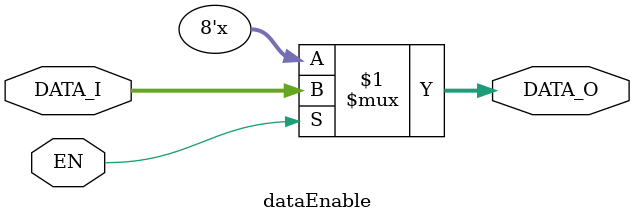
<source format=v>
module dataEnable(EN, DATA_I, DATA_O);
	input EN;
	input [7:0] DATA_I;
	output [7:0] DATA_O = EN ? DATA_I : 8'bZZZZZZZZ;			
			
endmodule
</source>
